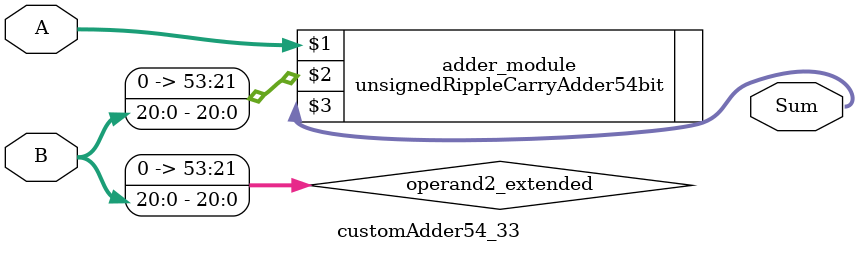
<source format=v>
module customAdder54_33(
                        input [53 : 0] A,
                        input [20 : 0] B,
                        
                        output [54 : 0] Sum
                );

        wire [53 : 0] operand2_extended;
        
        assign operand2_extended =  {33'b0, B};
        
        unsignedRippleCarryAdder54bit adder_module(
            A,
            operand2_extended,
            Sum
        );
        
        endmodule
        
</source>
